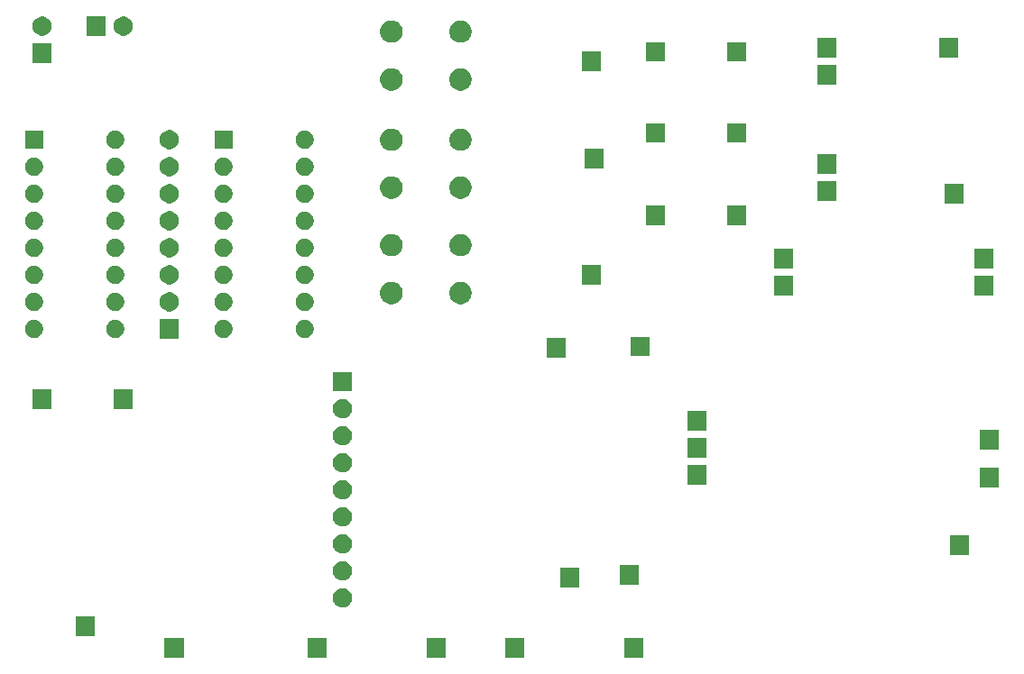
<source format=gbr>
G04 #@! TF.GenerationSoftware,KiCad,Pcbnew,(5.1.5)-3*
G04 #@! TF.CreationDate,2020-01-30T19:41:33+01:00*
G04 #@! TF.ProjectId,TestingBoard,54657374-696e-4674-926f-6172642e6b69,rev?*
G04 #@! TF.SameCoordinates,Original*
G04 #@! TF.FileFunction,Soldermask,Bot*
G04 #@! TF.FilePolarity,Negative*
%FSLAX46Y46*%
G04 Gerber Fmt 4.6, Leading zero omitted, Abs format (unit mm)*
G04 Created by KiCad (PCBNEW (5.1.5)-3) date 2020-01-30 19:41:33*
%MOMM*%
%LPD*%
G04 APERTURE LIST*
%ADD10C,0.100000*%
G04 APERTURE END LIST*
D10*
G36*
X89928000Y-115709000D02*
G01*
X88126000Y-115709000D01*
X88126000Y-113907000D01*
X89928000Y-113907000D01*
X89928000Y-115709000D01*
G37*
G36*
X78752000Y-115709000D02*
G01*
X76950000Y-115709000D01*
X76950000Y-113907000D01*
X78752000Y-113907000D01*
X78752000Y-115709000D01*
G37*
G36*
X46811500Y-115709000D02*
G01*
X45009500Y-115709000D01*
X45009500Y-113907000D01*
X46811500Y-113907000D01*
X46811500Y-115709000D01*
G37*
G36*
X60210000Y-115709000D02*
G01*
X58408000Y-115709000D01*
X58408000Y-113907000D01*
X60210000Y-113907000D01*
X60210000Y-115709000D01*
G37*
G36*
X71386000Y-115709000D02*
G01*
X69584000Y-115709000D01*
X69584000Y-113907000D01*
X71386000Y-113907000D01*
X71386000Y-115709000D01*
G37*
G36*
X38493000Y-113677000D02*
G01*
X36691000Y-113677000D01*
X36691000Y-111875000D01*
X38493000Y-111875000D01*
X38493000Y-113677000D01*
G37*
G36*
X61835512Y-109212927D02*
G01*
X61984812Y-109242624D01*
X62148784Y-109310544D01*
X62296354Y-109409147D01*
X62421853Y-109534646D01*
X62520456Y-109682216D01*
X62588376Y-109846188D01*
X62623000Y-110020259D01*
X62623000Y-110197741D01*
X62588376Y-110371812D01*
X62520456Y-110535784D01*
X62421853Y-110683354D01*
X62296354Y-110808853D01*
X62148784Y-110907456D01*
X61984812Y-110975376D01*
X61835512Y-111005073D01*
X61810742Y-111010000D01*
X61633258Y-111010000D01*
X61608488Y-111005073D01*
X61459188Y-110975376D01*
X61295216Y-110907456D01*
X61147646Y-110808853D01*
X61022147Y-110683354D01*
X60923544Y-110535784D01*
X60855624Y-110371812D01*
X60821000Y-110197741D01*
X60821000Y-110020259D01*
X60855624Y-109846188D01*
X60923544Y-109682216D01*
X61022147Y-109534646D01*
X61147646Y-109409147D01*
X61295216Y-109310544D01*
X61459188Y-109242624D01*
X61608488Y-109212927D01*
X61633258Y-109208000D01*
X61810742Y-109208000D01*
X61835512Y-109212927D01*
G37*
G36*
X83959000Y-109105000D02*
G01*
X82157000Y-109105000D01*
X82157000Y-107303000D01*
X83959000Y-107303000D01*
X83959000Y-109105000D01*
G37*
G36*
X89547000Y-108851000D02*
G01*
X87745000Y-108851000D01*
X87745000Y-107049000D01*
X89547000Y-107049000D01*
X89547000Y-108851000D01*
G37*
G36*
X61835512Y-106672927D02*
G01*
X61984812Y-106702624D01*
X62148784Y-106770544D01*
X62296354Y-106869147D01*
X62421853Y-106994646D01*
X62520456Y-107142216D01*
X62588376Y-107306188D01*
X62623000Y-107480259D01*
X62623000Y-107657741D01*
X62588376Y-107831812D01*
X62520456Y-107995784D01*
X62421853Y-108143354D01*
X62296354Y-108268853D01*
X62148784Y-108367456D01*
X61984812Y-108435376D01*
X61835512Y-108465073D01*
X61810742Y-108470000D01*
X61633258Y-108470000D01*
X61608488Y-108465073D01*
X61459188Y-108435376D01*
X61295216Y-108367456D01*
X61147646Y-108268853D01*
X61022147Y-108143354D01*
X60923544Y-107995784D01*
X60855624Y-107831812D01*
X60821000Y-107657741D01*
X60821000Y-107480259D01*
X60855624Y-107306188D01*
X60923544Y-107142216D01*
X61022147Y-106994646D01*
X61147646Y-106869147D01*
X61295216Y-106770544D01*
X61459188Y-106702624D01*
X61608488Y-106672927D01*
X61633258Y-106668000D01*
X61810742Y-106668000D01*
X61835512Y-106672927D01*
G37*
G36*
X120535000Y-106057000D02*
G01*
X118733000Y-106057000D01*
X118733000Y-104255000D01*
X120535000Y-104255000D01*
X120535000Y-106057000D01*
G37*
G36*
X61835512Y-104132927D02*
G01*
X61984812Y-104162624D01*
X62148784Y-104230544D01*
X62296354Y-104329147D01*
X62421853Y-104454646D01*
X62520456Y-104602216D01*
X62588376Y-104766188D01*
X62623000Y-104940259D01*
X62623000Y-105117741D01*
X62588376Y-105291812D01*
X62520456Y-105455784D01*
X62421853Y-105603354D01*
X62296354Y-105728853D01*
X62148784Y-105827456D01*
X61984812Y-105895376D01*
X61835512Y-105925073D01*
X61810742Y-105930000D01*
X61633258Y-105930000D01*
X61608488Y-105925073D01*
X61459188Y-105895376D01*
X61295216Y-105827456D01*
X61147646Y-105728853D01*
X61022147Y-105603354D01*
X60923544Y-105455784D01*
X60855624Y-105291812D01*
X60821000Y-105117741D01*
X60821000Y-104940259D01*
X60855624Y-104766188D01*
X60923544Y-104602216D01*
X61022147Y-104454646D01*
X61147646Y-104329147D01*
X61295216Y-104230544D01*
X61459188Y-104162624D01*
X61608488Y-104132927D01*
X61633258Y-104128000D01*
X61810742Y-104128000D01*
X61835512Y-104132927D01*
G37*
G36*
X61835512Y-101592927D02*
G01*
X61984812Y-101622624D01*
X62148784Y-101690544D01*
X62296354Y-101789147D01*
X62421853Y-101914646D01*
X62520456Y-102062216D01*
X62588376Y-102226188D01*
X62623000Y-102400259D01*
X62623000Y-102577741D01*
X62588376Y-102751812D01*
X62520456Y-102915784D01*
X62421853Y-103063354D01*
X62296354Y-103188853D01*
X62148784Y-103287456D01*
X61984812Y-103355376D01*
X61835512Y-103385073D01*
X61810742Y-103390000D01*
X61633258Y-103390000D01*
X61608488Y-103385073D01*
X61459188Y-103355376D01*
X61295216Y-103287456D01*
X61147646Y-103188853D01*
X61022147Y-103063354D01*
X60923544Y-102915784D01*
X60855624Y-102751812D01*
X60821000Y-102577741D01*
X60821000Y-102400259D01*
X60855624Y-102226188D01*
X60923544Y-102062216D01*
X61022147Y-101914646D01*
X61147646Y-101789147D01*
X61295216Y-101690544D01*
X61459188Y-101622624D01*
X61608488Y-101592927D01*
X61633258Y-101588000D01*
X61810742Y-101588000D01*
X61835512Y-101592927D01*
G37*
G36*
X61835512Y-99052927D02*
G01*
X61984812Y-99082624D01*
X62148784Y-99150544D01*
X62296354Y-99249147D01*
X62421853Y-99374646D01*
X62520456Y-99522216D01*
X62588376Y-99686188D01*
X62623000Y-99860259D01*
X62623000Y-100037741D01*
X62588376Y-100211812D01*
X62520456Y-100375784D01*
X62421853Y-100523354D01*
X62296354Y-100648853D01*
X62148784Y-100747456D01*
X61984812Y-100815376D01*
X61835512Y-100845073D01*
X61810742Y-100850000D01*
X61633258Y-100850000D01*
X61608488Y-100845073D01*
X61459188Y-100815376D01*
X61295216Y-100747456D01*
X61147646Y-100648853D01*
X61022147Y-100523354D01*
X60923544Y-100375784D01*
X60855624Y-100211812D01*
X60821000Y-100037741D01*
X60821000Y-99860259D01*
X60855624Y-99686188D01*
X60923544Y-99522216D01*
X61022147Y-99374646D01*
X61147646Y-99249147D01*
X61295216Y-99150544D01*
X61459188Y-99082624D01*
X61608488Y-99052927D01*
X61633258Y-99048000D01*
X61810742Y-99048000D01*
X61835512Y-99052927D01*
G37*
G36*
X123329000Y-99707000D02*
G01*
X121527000Y-99707000D01*
X121527000Y-97905000D01*
X123329000Y-97905000D01*
X123329000Y-99707000D01*
G37*
G36*
X95897000Y-99453000D02*
G01*
X94095000Y-99453000D01*
X94095000Y-97651000D01*
X95897000Y-97651000D01*
X95897000Y-99453000D01*
G37*
G36*
X61835512Y-96512927D02*
G01*
X61984812Y-96542624D01*
X62148784Y-96610544D01*
X62296354Y-96709147D01*
X62421853Y-96834646D01*
X62520456Y-96982216D01*
X62588376Y-97146188D01*
X62623000Y-97320259D01*
X62623000Y-97497741D01*
X62588376Y-97671812D01*
X62520456Y-97835784D01*
X62421853Y-97983354D01*
X62296354Y-98108853D01*
X62148784Y-98207456D01*
X61984812Y-98275376D01*
X61835512Y-98305073D01*
X61810742Y-98310000D01*
X61633258Y-98310000D01*
X61608488Y-98305073D01*
X61459188Y-98275376D01*
X61295216Y-98207456D01*
X61147646Y-98108853D01*
X61022147Y-97983354D01*
X60923544Y-97835784D01*
X60855624Y-97671812D01*
X60821000Y-97497741D01*
X60821000Y-97320259D01*
X60855624Y-97146188D01*
X60923544Y-96982216D01*
X61022147Y-96834646D01*
X61147646Y-96709147D01*
X61295216Y-96610544D01*
X61459188Y-96542624D01*
X61608488Y-96512927D01*
X61633258Y-96508000D01*
X61810742Y-96508000D01*
X61835512Y-96512927D01*
G37*
G36*
X95897000Y-96913000D02*
G01*
X94095000Y-96913000D01*
X94095000Y-95111000D01*
X95897000Y-95111000D01*
X95897000Y-96913000D01*
G37*
G36*
X123329000Y-96151000D02*
G01*
X121527000Y-96151000D01*
X121527000Y-94349000D01*
X123329000Y-94349000D01*
X123329000Y-96151000D01*
G37*
G36*
X61835512Y-93972927D02*
G01*
X61984812Y-94002624D01*
X62148784Y-94070544D01*
X62296354Y-94169147D01*
X62421853Y-94294646D01*
X62520456Y-94442216D01*
X62588376Y-94606188D01*
X62623000Y-94780259D01*
X62623000Y-94957741D01*
X62588376Y-95131812D01*
X62520456Y-95295784D01*
X62421853Y-95443354D01*
X62296354Y-95568853D01*
X62148784Y-95667456D01*
X61984812Y-95735376D01*
X61835512Y-95765073D01*
X61810742Y-95770000D01*
X61633258Y-95770000D01*
X61608488Y-95765073D01*
X61459188Y-95735376D01*
X61295216Y-95667456D01*
X61147646Y-95568853D01*
X61022147Y-95443354D01*
X60923544Y-95295784D01*
X60855624Y-95131812D01*
X60821000Y-94957741D01*
X60821000Y-94780259D01*
X60855624Y-94606188D01*
X60923544Y-94442216D01*
X61022147Y-94294646D01*
X61147646Y-94169147D01*
X61295216Y-94070544D01*
X61459188Y-94002624D01*
X61608488Y-93972927D01*
X61633258Y-93968000D01*
X61810742Y-93968000D01*
X61835512Y-93972927D01*
G37*
G36*
X95897000Y-94373000D02*
G01*
X94095000Y-94373000D01*
X94095000Y-92571000D01*
X95897000Y-92571000D01*
X95897000Y-94373000D01*
G37*
G36*
X61835512Y-91432927D02*
G01*
X61984812Y-91462624D01*
X62148784Y-91530544D01*
X62296354Y-91629147D01*
X62421853Y-91754646D01*
X62520456Y-91902216D01*
X62588376Y-92066188D01*
X62623000Y-92240259D01*
X62623000Y-92417741D01*
X62588376Y-92591812D01*
X62520456Y-92755784D01*
X62421853Y-92903354D01*
X62296354Y-93028853D01*
X62148784Y-93127456D01*
X61984812Y-93195376D01*
X61835512Y-93225073D01*
X61810742Y-93230000D01*
X61633258Y-93230000D01*
X61608488Y-93225073D01*
X61459188Y-93195376D01*
X61295216Y-93127456D01*
X61147646Y-93028853D01*
X61022147Y-92903354D01*
X60923544Y-92755784D01*
X60855624Y-92591812D01*
X60821000Y-92417741D01*
X60821000Y-92240259D01*
X60855624Y-92066188D01*
X60923544Y-91902216D01*
X61022147Y-91754646D01*
X61147646Y-91629147D01*
X61295216Y-91530544D01*
X61459188Y-91462624D01*
X61608488Y-91432927D01*
X61633258Y-91428000D01*
X61810742Y-91428000D01*
X61835512Y-91432927D01*
G37*
G36*
X42049000Y-92341000D02*
G01*
X40247000Y-92341000D01*
X40247000Y-90539000D01*
X42049000Y-90539000D01*
X42049000Y-92341000D01*
G37*
G36*
X34429000Y-92341000D02*
G01*
X32627000Y-92341000D01*
X32627000Y-90539000D01*
X34429000Y-90539000D01*
X34429000Y-92341000D01*
G37*
G36*
X62623000Y-90690000D02*
G01*
X60821000Y-90690000D01*
X60821000Y-88888000D01*
X62623000Y-88888000D01*
X62623000Y-90690000D01*
G37*
G36*
X82689000Y-87515000D02*
G01*
X80887000Y-87515000D01*
X80887000Y-85713000D01*
X82689000Y-85713000D01*
X82689000Y-87515000D01*
G37*
G36*
X90563000Y-87388000D02*
G01*
X88761000Y-87388000D01*
X88761000Y-85586000D01*
X90563000Y-85586000D01*
X90563000Y-87388000D01*
G37*
G36*
X46367000Y-85737000D02*
G01*
X44565000Y-85737000D01*
X44565000Y-83935000D01*
X46367000Y-83935000D01*
X46367000Y-85737000D01*
G37*
G36*
X33014228Y-84017703D02*
G01*
X33169100Y-84081853D01*
X33308481Y-84174985D01*
X33427015Y-84293519D01*
X33520147Y-84432900D01*
X33584297Y-84587772D01*
X33617000Y-84752184D01*
X33617000Y-84919816D01*
X33584297Y-85084228D01*
X33520147Y-85239100D01*
X33427015Y-85378481D01*
X33308481Y-85497015D01*
X33169100Y-85590147D01*
X33014228Y-85654297D01*
X32849816Y-85687000D01*
X32682184Y-85687000D01*
X32517772Y-85654297D01*
X32362900Y-85590147D01*
X32223519Y-85497015D01*
X32104985Y-85378481D01*
X32011853Y-85239100D01*
X31947703Y-85084228D01*
X31915000Y-84919816D01*
X31915000Y-84752184D01*
X31947703Y-84587772D01*
X32011853Y-84432900D01*
X32104985Y-84293519D01*
X32223519Y-84174985D01*
X32362900Y-84081853D01*
X32517772Y-84017703D01*
X32682184Y-83985000D01*
X32849816Y-83985000D01*
X33014228Y-84017703D01*
G37*
G36*
X40634228Y-84017703D02*
G01*
X40789100Y-84081853D01*
X40928481Y-84174985D01*
X41047015Y-84293519D01*
X41140147Y-84432900D01*
X41204297Y-84587772D01*
X41237000Y-84752184D01*
X41237000Y-84919816D01*
X41204297Y-85084228D01*
X41140147Y-85239100D01*
X41047015Y-85378481D01*
X40928481Y-85497015D01*
X40789100Y-85590147D01*
X40634228Y-85654297D01*
X40469816Y-85687000D01*
X40302184Y-85687000D01*
X40137772Y-85654297D01*
X39982900Y-85590147D01*
X39843519Y-85497015D01*
X39724985Y-85378481D01*
X39631853Y-85239100D01*
X39567703Y-85084228D01*
X39535000Y-84919816D01*
X39535000Y-84752184D01*
X39567703Y-84587772D01*
X39631853Y-84432900D01*
X39724985Y-84293519D01*
X39843519Y-84174985D01*
X39982900Y-84081853D01*
X40137772Y-84017703D01*
X40302184Y-83985000D01*
X40469816Y-83985000D01*
X40634228Y-84017703D01*
G37*
G36*
X50794228Y-84017703D02*
G01*
X50949100Y-84081853D01*
X51088481Y-84174985D01*
X51207015Y-84293519D01*
X51300147Y-84432900D01*
X51364297Y-84587772D01*
X51397000Y-84752184D01*
X51397000Y-84919816D01*
X51364297Y-85084228D01*
X51300147Y-85239100D01*
X51207015Y-85378481D01*
X51088481Y-85497015D01*
X50949100Y-85590147D01*
X50794228Y-85654297D01*
X50629816Y-85687000D01*
X50462184Y-85687000D01*
X50297772Y-85654297D01*
X50142900Y-85590147D01*
X50003519Y-85497015D01*
X49884985Y-85378481D01*
X49791853Y-85239100D01*
X49727703Y-85084228D01*
X49695000Y-84919816D01*
X49695000Y-84752184D01*
X49727703Y-84587772D01*
X49791853Y-84432900D01*
X49884985Y-84293519D01*
X50003519Y-84174985D01*
X50142900Y-84081853D01*
X50297772Y-84017703D01*
X50462184Y-83985000D01*
X50629816Y-83985000D01*
X50794228Y-84017703D01*
G37*
G36*
X58414228Y-84017703D02*
G01*
X58569100Y-84081853D01*
X58708481Y-84174985D01*
X58827015Y-84293519D01*
X58920147Y-84432900D01*
X58984297Y-84587772D01*
X59017000Y-84752184D01*
X59017000Y-84919816D01*
X58984297Y-85084228D01*
X58920147Y-85239100D01*
X58827015Y-85378481D01*
X58708481Y-85497015D01*
X58569100Y-85590147D01*
X58414228Y-85654297D01*
X58249816Y-85687000D01*
X58082184Y-85687000D01*
X57917772Y-85654297D01*
X57762900Y-85590147D01*
X57623519Y-85497015D01*
X57504985Y-85378481D01*
X57411853Y-85239100D01*
X57347703Y-85084228D01*
X57315000Y-84919816D01*
X57315000Y-84752184D01*
X57347703Y-84587772D01*
X57411853Y-84432900D01*
X57504985Y-84293519D01*
X57623519Y-84174985D01*
X57762900Y-84081853D01*
X57917772Y-84017703D01*
X58082184Y-83985000D01*
X58249816Y-83985000D01*
X58414228Y-84017703D01*
G37*
G36*
X45579512Y-81399927D02*
G01*
X45728812Y-81429624D01*
X45892784Y-81497544D01*
X46040354Y-81596147D01*
X46165853Y-81721646D01*
X46264456Y-81869216D01*
X46332376Y-82033188D01*
X46367000Y-82207259D01*
X46367000Y-82384741D01*
X46332376Y-82558812D01*
X46264456Y-82722784D01*
X46165853Y-82870354D01*
X46040354Y-82995853D01*
X45892784Y-83094456D01*
X45728812Y-83162376D01*
X45579512Y-83192073D01*
X45554742Y-83197000D01*
X45377258Y-83197000D01*
X45352488Y-83192073D01*
X45203188Y-83162376D01*
X45039216Y-83094456D01*
X44891646Y-82995853D01*
X44766147Y-82870354D01*
X44667544Y-82722784D01*
X44599624Y-82558812D01*
X44565000Y-82384741D01*
X44565000Y-82207259D01*
X44599624Y-82033188D01*
X44667544Y-81869216D01*
X44766147Y-81721646D01*
X44891646Y-81596147D01*
X45039216Y-81497544D01*
X45203188Y-81429624D01*
X45352488Y-81399927D01*
X45377258Y-81395000D01*
X45554742Y-81395000D01*
X45579512Y-81399927D01*
G37*
G36*
X50794228Y-81477703D02*
G01*
X50949100Y-81541853D01*
X51088481Y-81634985D01*
X51207015Y-81753519D01*
X51300147Y-81892900D01*
X51364297Y-82047772D01*
X51397000Y-82212184D01*
X51397000Y-82379816D01*
X51364297Y-82544228D01*
X51300147Y-82699100D01*
X51207015Y-82838481D01*
X51088481Y-82957015D01*
X50949100Y-83050147D01*
X50794228Y-83114297D01*
X50629816Y-83147000D01*
X50462184Y-83147000D01*
X50297772Y-83114297D01*
X50142900Y-83050147D01*
X50003519Y-82957015D01*
X49884985Y-82838481D01*
X49791853Y-82699100D01*
X49727703Y-82544228D01*
X49695000Y-82379816D01*
X49695000Y-82212184D01*
X49727703Y-82047772D01*
X49791853Y-81892900D01*
X49884985Y-81753519D01*
X50003519Y-81634985D01*
X50142900Y-81541853D01*
X50297772Y-81477703D01*
X50462184Y-81445000D01*
X50629816Y-81445000D01*
X50794228Y-81477703D01*
G37*
G36*
X33014228Y-81477703D02*
G01*
X33169100Y-81541853D01*
X33308481Y-81634985D01*
X33427015Y-81753519D01*
X33520147Y-81892900D01*
X33584297Y-82047772D01*
X33617000Y-82212184D01*
X33617000Y-82379816D01*
X33584297Y-82544228D01*
X33520147Y-82699100D01*
X33427015Y-82838481D01*
X33308481Y-82957015D01*
X33169100Y-83050147D01*
X33014228Y-83114297D01*
X32849816Y-83147000D01*
X32682184Y-83147000D01*
X32517772Y-83114297D01*
X32362900Y-83050147D01*
X32223519Y-82957015D01*
X32104985Y-82838481D01*
X32011853Y-82699100D01*
X31947703Y-82544228D01*
X31915000Y-82379816D01*
X31915000Y-82212184D01*
X31947703Y-82047772D01*
X32011853Y-81892900D01*
X32104985Y-81753519D01*
X32223519Y-81634985D01*
X32362900Y-81541853D01*
X32517772Y-81477703D01*
X32682184Y-81445000D01*
X32849816Y-81445000D01*
X33014228Y-81477703D01*
G37*
G36*
X40634228Y-81477703D02*
G01*
X40789100Y-81541853D01*
X40928481Y-81634985D01*
X41047015Y-81753519D01*
X41140147Y-81892900D01*
X41204297Y-82047772D01*
X41237000Y-82212184D01*
X41237000Y-82379816D01*
X41204297Y-82544228D01*
X41140147Y-82699100D01*
X41047015Y-82838481D01*
X40928481Y-82957015D01*
X40789100Y-83050147D01*
X40634228Y-83114297D01*
X40469816Y-83147000D01*
X40302184Y-83147000D01*
X40137772Y-83114297D01*
X39982900Y-83050147D01*
X39843519Y-82957015D01*
X39724985Y-82838481D01*
X39631853Y-82699100D01*
X39567703Y-82544228D01*
X39535000Y-82379816D01*
X39535000Y-82212184D01*
X39567703Y-82047772D01*
X39631853Y-81892900D01*
X39724985Y-81753519D01*
X39843519Y-81634985D01*
X39982900Y-81541853D01*
X40137772Y-81477703D01*
X40302184Y-81445000D01*
X40469816Y-81445000D01*
X40634228Y-81477703D01*
G37*
G36*
X58414228Y-81477703D02*
G01*
X58569100Y-81541853D01*
X58708481Y-81634985D01*
X58827015Y-81753519D01*
X58920147Y-81892900D01*
X58984297Y-82047772D01*
X59017000Y-82212184D01*
X59017000Y-82379816D01*
X58984297Y-82544228D01*
X58920147Y-82699100D01*
X58827015Y-82838481D01*
X58708481Y-82957015D01*
X58569100Y-83050147D01*
X58414228Y-83114297D01*
X58249816Y-83147000D01*
X58082184Y-83147000D01*
X57917772Y-83114297D01*
X57762900Y-83050147D01*
X57623519Y-82957015D01*
X57504985Y-82838481D01*
X57411853Y-82699100D01*
X57347703Y-82544228D01*
X57315000Y-82379816D01*
X57315000Y-82212184D01*
X57347703Y-82047772D01*
X57411853Y-81892900D01*
X57504985Y-81753519D01*
X57623519Y-81634985D01*
X57762900Y-81541853D01*
X57917772Y-81477703D01*
X58082184Y-81445000D01*
X58249816Y-81445000D01*
X58414228Y-81477703D01*
G37*
G36*
X73100564Y-80451389D02*
G01*
X73291833Y-80530615D01*
X73291835Y-80530616D01*
X73327514Y-80554456D01*
X73463973Y-80645635D01*
X73610365Y-80792027D01*
X73725385Y-80964167D01*
X73804611Y-81155436D01*
X73845000Y-81358484D01*
X73845000Y-81565516D01*
X73804611Y-81768564D01*
X73753109Y-81892900D01*
X73725384Y-81959835D01*
X73610365Y-82131973D01*
X73463973Y-82278365D01*
X73291835Y-82393384D01*
X73291834Y-82393385D01*
X73291833Y-82393385D01*
X73100564Y-82472611D01*
X72897516Y-82513000D01*
X72690484Y-82513000D01*
X72487436Y-82472611D01*
X72296167Y-82393385D01*
X72296166Y-82393385D01*
X72296165Y-82393384D01*
X72124027Y-82278365D01*
X71977635Y-82131973D01*
X71862616Y-81959835D01*
X71834891Y-81892900D01*
X71783389Y-81768564D01*
X71743000Y-81565516D01*
X71743000Y-81358484D01*
X71783389Y-81155436D01*
X71862615Y-80964167D01*
X71977635Y-80792027D01*
X72124027Y-80645635D01*
X72260486Y-80554456D01*
X72296165Y-80530616D01*
X72296167Y-80530615D01*
X72487436Y-80451389D01*
X72690484Y-80411000D01*
X72897516Y-80411000D01*
X73100564Y-80451389D01*
G37*
G36*
X66600564Y-80451389D02*
G01*
X66791833Y-80530615D01*
X66791835Y-80530616D01*
X66827514Y-80554456D01*
X66963973Y-80645635D01*
X67110365Y-80792027D01*
X67225385Y-80964167D01*
X67304611Y-81155436D01*
X67345000Y-81358484D01*
X67345000Y-81565516D01*
X67304611Y-81768564D01*
X67253109Y-81892900D01*
X67225384Y-81959835D01*
X67110365Y-82131973D01*
X66963973Y-82278365D01*
X66791835Y-82393384D01*
X66791834Y-82393385D01*
X66791833Y-82393385D01*
X66600564Y-82472611D01*
X66397516Y-82513000D01*
X66190484Y-82513000D01*
X65987436Y-82472611D01*
X65796167Y-82393385D01*
X65796166Y-82393385D01*
X65796165Y-82393384D01*
X65624027Y-82278365D01*
X65477635Y-82131973D01*
X65362616Y-81959835D01*
X65334891Y-81892900D01*
X65283389Y-81768564D01*
X65243000Y-81565516D01*
X65243000Y-81358484D01*
X65283389Y-81155436D01*
X65362615Y-80964167D01*
X65477635Y-80792027D01*
X65624027Y-80645635D01*
X65760486Y-80554456D01*
X65796165Y-80530616D01*
X65796167Y-80530615D01*
X65987436Y-80451389D01*
X66190484Y-80411000D01*
X66397516Y-80411000D01*
X66600564Y-80451389D01*
G37*
G36*
X104025000Y-81673000D02*
G01*
X102223000Y-81673000D01*
X102223000Y-79871000D01*
X104025000Y-79871000D01*
X104025000Y-81673000D01*
G37*
G36*
X122821000Y-81673000D02*
G01*
X121019000Y-81673000D01*
X121019000Y-79871000D01*
X122821000Y-79871000D01*
X122821000Y-81673000D01*
G37*
G36*
X85991000Y-80657000D02*
G01*
X84189000Y-80657000D01*
X84189000Y-78855000D01*
X85991000Y-78855000D01*
X85991000Y-80657000D01*
G37*
G36*
X45579512Y-78859927D02*
G01*
X45728812Y-78889624D01*
X45892784Y-78957544D01*
X46040354Y-79056147D01*
X46165853Y-79181646D01*
X46264456Y-79329216D01*
X46332376Y-79493188D01*
X46367000Y-79667259D01*
X46367000Y-79844741D01*
X46332376Y-80018812D01*
X46264456Y-80182784D01*
X46165853Y-80330354D01*
X46040354Y-80455853D01*
X45892784Y-80554456D01*
X45728812Y-80622376D01*
X45579512Y-80652073D01*
X45554742Y-80657000D01*
X45377258Y-80657000D01*
X45352488Y-80652073D01*
X45203188Y-80622376D01*
X45039216Y-80554456D01*
X44891646Y-80455853D01*
X44766147Y-80330354D01*
X44667544Y-80182784D01*
X44599624Y-80018812D01*
X44565000Y-79844741D01*
X44565000Y-79667259D01*
X44599624Y-79493188D01*
X44667544Y-79329216D01*
X44766147Y-79181646D01*
X44891646Y-79056147D01*
X45039216Y-78957544D01*
X45203188Y-78889624D01*
X45352488Y-78859927D01*
X45377258Y-78855000D01*
X45554742Y-78855000D01*
X45579512Y-78859927D01*
G37*
G36*
X33014228Y-78937703D02*
G01*
X33169100Y-79001853D01*
X33308481Y-79094985D01*
X33427015Y-79213519D01*
X33520147Y-79352900D01*
X33584297Y-79507772D01*
X33617000Y-79672184D01*
X33617000Y-79839816D01*
X33584297Y-80004228D01*
X33520147Y-80159100D01*
X33427015Y-80298481D01*
X33308481Y-80417015D01*
X33169100Y-80510147D01*
X33014228Y-80574297D01*
X32849816Y-80607000D01*
X32682184Y-80607000D01*
X32517772Y-80574297D01*
X32362900Y-80510147D01*
X32223519Y-80417015D01*
X32104985Y-80298481D01*
X32011853Y-80159100D01*
X31947703Y-80004228D01*
X31915000Y-79839816D01*
X31915000Y-79672184D01*
X31947703Y-79507772D01*
X32011853Y-79352900D01*
X32104985Y-79213519D01*
X32223519Y-79094985D01*
X32362900Y-79001853D01*
X32517772Y-78937703D01*
X32682184Y-78905000D01*
X32849816Y-78905000D01*
X33014228Y-78937703D01*
G37*
G36*
X40634228Y-78937703D02*
G01*
X40789100Y-79001853D01*
X40928481Y-79094985D01*
X41047015Y-79213519D01*
X41140147Y-79352900D01*
X41204297Y-79507772D01*
X41237000Y-79672184D01*
X41237000Y-79839816D01*
X41204297Y-80004228D01*
X41140147Y-80159100D01*
X41047015Y-80298481D01*
X40928481Y-80417015D01*
X40789100Y-80510147D01*
X40634228Y-80574297D01*
X40469816Y-80607000D01*
X40302184Y-80607000D01*
X40137772Y-80574297D01*
X39982900Y-80510147D01*
X39843519Y-80417015D01*
X39724985Y-80298481D01*
X39631853Y-80159100D01*
X39567703Y-80004228D01*
X39535000Y-79839816D01*
X39535000Y-79672184D01*
X39567703Y-79507772D01*
X39631853Y-79352900D01*
X39724985Y-79213519D01*
X39843519Y-79094985D01*
X39982900Y-79001853D01*
X40137772Y-78937703D01*
X40302184Y-78905000D01*
X40469816Y-78905000D01*
X40634228Y-78937703D01*
G37*
G36*
X58414228Y-78937703D02*
G01*
X58569100Y-79001853D01*
X58708481Y-79094985D01*
X58827015Y-79213519D01*
X58920147Y-79352900D01*
X58984297Y-79507772D01*
X59017000Y-79672184D01*
X59017000Y-79839816D01*
X58984297Y-80004228D01*
X58920147Y-80159100D01*
X58827015Y-80298481D01*
X58708481Y-80417015D01*
X58569100Y-80510147D01*
X58414228Y-80574297D01*
X58249816Y-80607000D01*
X58082184Y-80607000D01*
X57917772Y-80574297D01*
X57762900Y-80510147D01*
X57623519Y-80417015D01*
X57504985Y-80298481D01*
X57411853Y-80159100D01*
X57347703Y-80004228D01*
X57315000Y-79839816D01*
X57315000Y-79672184D01*
X57347703Y-79507772D01*
X57411853Y-79352900D01*
X57504985Y-79213519D01*
X57623519Y-79094985D01*
X57762900Y-79001853D01*
X57917772Y-78937703D01*
X58082184Y-78905000D01*
X58249816Y-78905000D01*
X58414228Y-78937703D01*
G37*
G36*
X50794228Y-78937703D02*
G01*
X50949100Y-79001853D01*
X51088481Y-79094985D01*
X51207015Y-79213519D01*
X51300147Y-79352900D01*
X51364297Y-79507772D01*
X51397000Y-79672184D01*
X51397000Y-79839816D01*
X51364297Y-80004228D01*
X51300147Y-80159100D01*
X51207015Y-80298481D01*
X51088481Y-80417015D01*
X50949100Y-80510147D01*
X50794228Y-80574297D01*
X50629816Y-80607000D01*
X50462184Y-80607000D01*
X50297772Y-80574297D01*
X50142900Y-80510147D01*
X50003519Y-80417015D01*
X49884985Y-80298481D01*
X49791853Y-80159100D01*
X49727703Y-80004228D01*
X49695000Y-79839816D01*
X49695000Y-79672184D01*
X49727703Y-79507772D01*
X49791853Y-79352900D01*
X49884985Y-79213519D01*
X50003519Y-79094985D01*
X50142900Y-79001853D01*
X50297772Y-78937703D01*
X50462184Y-78905000D01*
X50629816Y-78905000D01*
X50794228Y-78937703D01*
G37*
G36*
X104025000Y-79133000D02*
G01*
X102223000Y-79133000D01*
X102223000Y-77331000D01*
X104025000Y-77331000D01*
X104025000Y-79133000D01*
G37*
G36*
X122821000Y-79133000D02*
G01*
X121019000Y-79133000D01*
X121019000Y-77331000D01*
X122821000Y-77331000D01*
X122821000Y-79133000D01*
G37*
G36*
X45579512Y-76319927D02*
G01*
X45728812Y-76349624D01*
X45892784Y-76417544D01*
X46040354Y-76516147D01*
X46165853Y-76641646D01*
X46264456Y-76789216D01*
X46332376Y-76953188D01*
X46367000Y-77127259D01*
X46367000Y-77304741D01*
X46332376Y-77478812D01*
X46264456Y-77642784D01*
X46165853Y-77790354D01*
X46040354Y-77915853D01*
X45892784Y-78014456D01*
X45728812Y-78082376D01*
X45579512Y-78112073D01*
X45554742Y-78117000D01*
X45377258Y-78117000D01*
X45352488Y-78112073D01*
X45203188Y-78082376D01*
X45039216Y-78014456D01*
X44891646Y-77915853D01*
X44766147Y-77790354D01*
X44667544Y-77642784D01*
X44599624Y-77478812D01*
X44565000Y-77304741D01*
X44565000Y-77127259D01*
X44599624Y-76953188D01*
X44667544Y-76789216D01*
X44766147Y-76641646D01*
X44891646Y-76516147D01*
X45039216Y-76417544D01*
X45203188Y-76349624D01*
X45352488Y-76319927D01*
X45377258Y-76315000D01*
X45554742Y-76315000D01*
X45579512Y-76319927D01*
G37*
G36*
X58414228Y-76397703D02*
G01*
X58569100Y-76461853D01*
X58708481Y-76554985D01*
X58827015Y-76673519D01*
X58920147Y-76812900D01*
X58984297Y-76967772D01*
X59017000Y-77132184D01*
X59017000Y-77299816D01*
X58984297Y-77464228D01*
X58920147Y-77619100D01*
X58827015Y-77758481D01*
X58708481Y-77877015D01*
X58569100Y-77970147D01*
X58414228Y-78034297D01*
X58249816Y-78067000D01*
X58082184Y-78067000D01*
X57917772Y-78034297D01*
X57762900Y-77970147D01*
X57623519Y-77877015D01*
X57504985Y-77758481D01*
X57411853Y-77619100D01*
X57347703Y-77464228D01*
X57315000Y-77299816D01*
X57315000Y-77132184D01*
X57347703Y-76967772D01*
X57411853Y-76812900D01*
X57504985Y-76673519D01*
X57623519Y-76554985D01*
X57762900Y-76461853D01*
X57917772Y-76397703D01*
X58082184Y-76365000D01*
X58249816Y-76365000D01*
X58414228Y-76397703D01*
G37*
G36*
X33014228Y-76397703D02*
G01*
X33169100Y-76461853D01*
X33308481Y-76554985D01*
X33427015Y-76673519D01*
X33520147Y-76812900D01*
X33584297Y-76967772D01*
X33617000Y-77132184D01*
X33617000Y-77299816D01*
X33584297Y-77464228D01*
X33520147Y-77619100D01*
X33427015Y-77758481D01*
X33308481Y-77877015D01*
X33169100Y-77970147D01*
X33014228Y-78034297D01*
X32849816Y-78067000D01*
X32682184Y-78067000D01*
X32517772Y-78034297D01*
X32362900Y-77970147D01*
X32223519Y-77877015D01*
X32104985Y-77758481D01*
X32011853Y-77619100D01*
X31947703Y-77464228D01*
X31915000Y-77299816D01*
X31915000Y-77132184D01*
X31947703Y-76967772D01*
X32011853Y-76812900D01*
X32104985Y-76673519D01*
X32223519Y-76554985D01*
X32362900Y-76461853D01*
X32517772Y-76397703D01*
X32682184Y-76365000D01*
X32849816Y-76365000D01*
X33014228Y-76397703D01*
G37*
G36*
X50794228Y-76397703D02*
G01*
X50949100Y-76461853D01*
X51088481Y-76554985D01*
X51207015Y-76673519D01*
X51300147Y-76812900D01*
X51364297Y-76967772D01*
X51397000Y-77132184D01*
X51397000Y-77299816D01*
X51364297Y-77464228D01*
X51300147Y-77619100D01*
X51207015Y-77758481D01*
X51088481Y-77877015D01*
X50949100Y-77970147D01*
X50794228Y-78034297D01*
X50629816Y-78067000D01*
X50462184Y-78067000D01*
X50297772Y-78034297D01*
X50142900Y-77970147D01*
X50003519Y-77877015D01*
X49884985Y-77758481D01*
X49791853Y-77619100D01*
X49727703Y-77464228D01*
X49695000Y-77299816D01*
X49695000Y-77132184D01*
X49727703Y-76967772D01*
X49791853Y-76812900D01*
X49884985Y-76673519D01*
X50003519Y-76554985D01*
X50142900Y-76461853D01*
X50297772Y-76397703D01*
X50462184Y-76365000D01*
X50629816Y-76365000D01*
X50794228Y-76397703D01*
G37*
G36*
X40634228Y-76397703D02*
G01*
X40789100Y-76461853D01*
X40928481Y-76554985D01*
X41047015Y-76673519D01*
X41140147Y-76812900D01*
X41204297Y-76967772D01*
X41237000Y-77132184D01*
X41237000Y-77299816D01*
X41204297Y-77464228D01*
X41140147Y-77619100D01*
X41047015Y-77758481D01*
X40928481Y-77877015D01*
X40789100Y-77970147D01*
X40634228Y-78034297D01*
X40469816Y-78067000D01*
X40302184Y-78067000D01*
X40137772Y-78034297D01*
X39982900Y-77970147D01*
X39843519Y-77877015D01*
X39724985Y-77758481D01*
X39631853Y-77619100D01*
X39567703Y-77464228D01*
X39535000Y-77299816D01*
X39535000Y-77132184D01*
X39567703Y-76967772D01*
X39631853Y-76812900D01*
X39724985Y-76673519D01*
X39843519Y-76554985D01*
X39982900Y-76461853D01*
X40137772Y-76397703D01*
X40302184Y-76365000D01*
X40469816Y-76365000D01*
X40634228Y-76397703D01*
G37*
G36*
X66600564Y-75951389D02*
G01*
X66791833Y-76030615D01*
X66791835Y-76030616D01*
X66963973Y-76145635D01*
X67110365Y-76292027D01*
X67223839Y-76461852D01*
X67225385Y-76464167D01*
X67304611Y-76655436D01*
X67345000Y-76858484D01*
X67345000Y-77065516D01*
X67304611Y-77268564D01*
X67278749Y-77331000D01*
X67225384Y-77459835D01*
X67110365Y-77631973D01*
X66963973Y-77778365D01*
X66791835Y-77893384D01*
X66791834Y-77893385D01*
X66791833Y-77893385D01*
X66600564Y-77972611D01*
X66397516Y-78013000D01*
X66190484Y-78013000D01*
X65987436Y-77972611D01*
X65796167Y-77893385D01*
X65796166Y-77893385D01*
X65796165Y-77893384D01*
X65624027Y-77778365D01*
X65477635Y-77631973D01*
X65362616Y-77459835D01*
X65309251Y-77331000D01*
X65283389Y-77268564D01*
X65243000Y-77065516D01*
X65243000Y-76858484D01*
X65283389Y-76655436D01*
X65362615Y-76464167D01*
X65364162Y-76461852D01*
X65477635Y-76292027D01*
X65624027Y-76145635D01*
X65796165Y-76030616D01*
X65796167Y-76030615D01*
X65987436Y-75951389D01*
X66190484Y-75911000D01*
X66397516Y-75911000D01*
X66600564Y-75951389D01*
G37*
G36*
X73100564Y-75951389D02*
G01*
X73291833Y-76030615D01*
X73291835Y-76030616D01*
X73463973Y-76145635D01*
X73610365Y-76292027D01*
X73723839Y-76461852D01*
X73725385Y-76464167D01*
X73804611Y-76655436D01*
X73845000Y-76858484D01*
X73845000Y-77065516D01*
X73804611Y-77268564D01*
X73778749Y-77331000D01*
X73725384Y-77459835D01*
X73610365Y-77631973D01*
X73463973Y-77778365D01*
X73291835Y-77893384D01*
X73291834Y-77893385D01*
X73291833Y-77893385D01*
X73100564Y-77972611D01*
X72897516Y-78013000D01*
X72690484Y-78013000D01*
X72487436Y-77972611D01*
X72296167Y-77893385D01*
X72296166Y-77893385D01*
X72296165Y-77893384D01*
X72124027Y-77778365D01*
X71977635Y-77631973D01*
X71862616Y-77459835D01*
X71809251Y-77331000D01*
X71783389Y-77268564D01*
X71743000Y-77065516D01*
X71743000Y-76858484D01*
X71783389Y-76655436D01*
X71862615Y-76464167D01*
X71864162Y-76461852D01*
X71977635Y-76292027D01*
X72124027Y-76145635D01*
X72296165Y-76030616D01*
X72296167Y-76030615D01*
X72487436Y-75951389D01*
X72690484Y-75911000D01*
X72897516Y-75911000D01*
X73100564Y-75951389D01*
G37*
G36*
X45579512Y-73779927D02*
G01*
X45728812Y-73809624D01*
X45892784Y-73877544D01*
X46040354Y-73976147D01*
X46165853Y-74101646D01*
X46264456Y-74249216D01*
X46332376Y-74413188D01*
X46367000Y-74587259D01*
X46367000Y-74764741D01*
X46332376Y-74938812D01*
X46264456Y-75102784D01*
X46165853Y-75250354D01*
X46040354Y-75375853D01*
X45892784Y-75474456D01*
X45728812Y-75542376D01*
X45579512Y-75572073D01*
X45554742Y-75577000D01*
X45377258Y-75577000D01*
X45352488Y-75572073D01*
X45203188Y-75542376D01*
X45039216Y-75474456D01*
X44891646Y-75375853D01*
X44766147Y-75250354D01*
X44667544Y-75102784D01*
X44599624Y-74938812D01*
X44565000Y-74764741D01*
X44565000Y-74587259D01*
X44599624Y-74413188D01*
X44667544Y-74249216D01*
X44766147Y-74101646D01*
X44891646Y-73976147D01*
X45039216Y-73877544D01*
X45203188Y-73809624D01*
X45352488Y-73779927D01*
X45377258Y-73775000D01*
X45554742Y-73775000D01*
X45579512Y-73779927D01*
G37*
G36*
X40634228Y-73857703D02*
G01*
X40789100Y-73921853D01*
X40928481Y-74014985D01*
X41047015Y-74133519D01*
X41140147Y-74272900D01*
X41204297Y-74427772D01*
X41237000Y-74592184D01*
X41237000Y-74759816D01*
X41204297Y-74924228D01*
X41140147Y-75079100D01*
X41047015Y-75218481D01*
X40928481Y-75337015D01*
X40789100Y-75430147D01*
X40634228Y-75494297D01*
X40469816Y-75527000D01*
X40302184Y-75527000D01*
X40137772Y-75494297D01*
X39982900Y-75430147D01*
X39843519Y-75337015D01*
X39724985Y-75218481D01*
X39631853Y-75079100D01*
X39567703Y-74924228D01*
X39535000Y-74759816D01*
X39535000Y-74592184D01*
X39567703Y-74427772D01*
X39631853Y-74272900D01*
X39724985Y-74133519D01*
X39843519Y-74014985D01*
X39982900Y-73921853D01*
X40137772Y-73857703D01*
X40302184Y-73825000D01*
X40469816Y-73825000D01*
X40634228Y-73857703D01*
G37*
G36*
X50794228Y-73857703D02*
G01*
X50949100Y-73921853D01*
X51088481Y-74014985D01*
X51207015Y-74133519D01*
X51300147Y-74272900D01*
X51364297Y-74427772D01*
X51397000Y-74592184D01*
X51397000Y-74759816D01*
X51364297Y-74924228D01*
X51300147Y-75079100D01*
X51207015Y-75218481D01*
X51088481Y-75337015D01*
X50949100Y-75430147D01*
X50794228Y-75494297D01*
X50629816Y-75527000D01*
X50462184Y-75527000D01*
X50297772Y-75494297D01*
X50142900Y-75430147D01*
X50003519Y-75337015D01*
X49884985Y-75218481D01*
X49791853Y-75079100D01*
X49727703Y-74924228D01*
X49695000Y-74759816D01*
X49695000Y-74592184D01*
X49727703Y-74427772D01*
X49791853Y-74272900D01*
X49884985Y-74133519D01*
X50003519Y-74014985D01*
X50142900Y-73921853D01*
X50297772Y-73857703D01*
X50462184Y-73825000D01*
X50629816Y-73825000D01*
X50794228Y-73857703D01*
G37*
G36*
X58414228Y-73857703D02*
G01*
X58569100Y-73921853D01*
X58708481Y-74014985D01*
X58827015Y-74133519D01*
X58920147Y-74272900D01*
X58984297Y-74427772D01*
X59017000Y-74592184D01*
X59017000Y-74759816D01*
X58984297Y-74924228D01*
X58920147Y-75079100D01*
X58827015Y-75218481D01*
X58708481Y-75337015D01*
X58569100Y-75430147D01*
X58414228Y-75494297D01*
X58249816Y-75527000D01*
X58082184Y-75527000D01*
X57917772Y-75494297D01*
X57762900Y-75430147D01*
X57623519Y-75337015D01*
X57504985Y-75218481D01*
X57411853Y-75079100D01*
X57347703Y-74924228D01*
X57315000Y-74759816D01*
X57315000Y-74592184D01*
X57347703Y-74427772D01*
X57411853Y-74272900D01*
X57504985Y-74133519D01*
X57623519Y-74014985D01*
X57762900Y-73921853D01*
X57917772Y-73857703D01*
X58082184Y-73825000D01*
X58249816Y-73825000D01*
X58414228Y-73857703D01*
G37*
G36*
X33014228Y-73857703D02*
G01*
X33169100Y-73921853D01*
X33308481Y-74014985D01*
X33427015Y-74133519D01*
X33520147Y-74272900D01*
X33584297Y-74427772D01*
X33617000Y-74592184D01*
X33617000Y-74759816D01*
X33584297Y-74924228D01*
X33520147Y-75079100D01*
X33427015Y-75218481D01*
X33308481Y-75337015D01*
X33169100Y-75430147D01*
X33014228Y-75494297D01*
X32849816Y-75527000D01*
X32682184Y-75527000D01*
X32517772Y-75494297D01*
X32362900Y-75430147D01*
X32223519Y-75337015D01*
X32104985Y-75218481D01*
X32011853Y-75079100D01*
X31947703Y-74924228D01*
X31915000Y-74759816D01*
X31915000Y-74592184D01*
X31947703Y-74427772D01*
X32011853Y-74272900D01*
X32104985Y-74133519D01*
X32223519Y-74014985D01*
X32362900Y-73921853D01*
X32517772Y-73857703D01*
X32682184Y-73825000D01*
X32849816Y-73825000D01*
X33014228Y-73857703D01*
G37*
G36*
X91960000Y-75069000D02*
G01*
X90158000Y-75069000D01*
X90158000Y-73267000D01*
X91960000Y-73267000D01*
X91960000Y-75069000D01*
G37*
G36*
X99580000Y-75069000D02*
G01*
X97778000Y-75069000D01*
X97778000Y-73267000D01*
X99580000Y-73267000D01*
X99580000Y-75069000D01*
G37*
G36*
X120027000Y-73037000D02*
G01*
X118225000Y-73037000D01*
X118225000Y-71235000D01*
X120027000Y-71235000D01*
X120027000Y-73037000D01*
G37*
G36*
X45579512Y-71239927D02*
G01*
X45728812Y-71269624D01*
X45892784Y-71337544D01*
X46040354Y-71436147D01*
X46165853Y-71561646D01*
X46264456Y-71709216D01*
X46332376Y-71873188D01*
X46367000Y-72047259D01*
X46367000Y-72224741D01*
X46332376Y-72398812D01*
X46264456Y-72562784D01*
X46165853Y-72710354D01*
X46040354Y-72835853D01*
X45892784Y-72934456D01*
X45728812Y-73002376D01*
X45579512Y-73032073D01*
X45554742Y-73037000D01*
X45377258Y-73037000D01*
X45352488Y-73032073D01*
X45203188Y-73002376D01*
X45039216Y-72934456D01*
X44891646Y-72835853D01*
X44766147Y-72710354D01*
X44667544Y-72562784D01*
X44599624Y-72398812D01*
X44565000Y-72224741D01*
X44565000Y-72047259D01*
X44599624Y-71873188D01*
X44667544Y-71709216D01*
X44766147Y-71561646D01*
X44891646Y-71436147D01*
X45039216Y-71337544D01*
X45203188Y-71269624D01*
X45352488Y-71239927D01*
X45377258Y-71235000D01*
X45554742Y-71235000D01*
X45579512Y-71239927D01*
G37*
G36*
X50794228Y-71317703D02*
G01*
X50949100Y-71381853D01*
X51088481Y-71474985D01*
X51207015Y-71593519D01*
X51300147Y-71732900D01*
X51364297Y-71887772D01*
X51397000Y-72052184D01*
X51397000Y-72219816D01*
X51364297Y-72384228D01*
X51300147Y-72539100D01*
X51207015Y-72678481D01*
X51088481Y-72797015D01*
X50949100Y-72890147D01*
X50794228Y-72954297D01*
X50629816Y-72987000D01*
X50462184Y-72987000D01*
X50297772Y-72954297D01*
X50142900Y-72890147D01*
X50003519Y-72797015D01*
X49884985Y-72678481D01*
X49791853Y-72539100D01*
X49727703Y-72384228D01*
X49695000Y-72219816D01*
X49695000Y-72052184D01*
X49727703Y-71887772D01*
X49791853Y-71732900D01*
X49884985Y-71593519D01*
X50003519Y-71474985D01*
X50142900Y-71381853D01*
X50297772Y-71317703D01*
X50462184Y-71285000D01*
X50629816Y-71285000D01*
X50794228Y-71317703D01*
G37*
G36*
X58414228Y-71317703D02*
G01*
X58569100Y-71381853D01*
X58708481Y-71474985D01*
X58827015Y-71593519D01*
X58920147Y-71732900D01*
X58984297Y-71887772D01*
X59017000Y-72052184D01*
X59017000Y-72219816D01*
X58984297Y-72384228D01*
X58920147Y-72539100D01*
X58827015Y-72678481D01*
X58708481Y-72797015D01*
X58569100Y-72890147D01*
X58414228Y-72954297D01*
X58249816Y-72987000D01*
X58082184Y-72987000D01*
X57917772Y-72954297D01*
X57762900Y-72890147D01*
X57623519Y-72797015D01*
X57504985Y-72678481D01*
X57411853Y-72539100D01*
X57347703Y-72384228D01*
X57315000Y-72219816D01*
X57315000Y-72052184D01*
X57347703Y-71887772D01*
X57411853Y-71732900D01*
X57504985Y-71593519D01*
X57623519Y-71474985D01*
X57762900Y-71381853D01*
X57917772Y-71317703D01*
X58082184Y-71285000D01*
X58249816Y-71285000D01*
X58414228Y-71317703D01*
G37*
G36*
X40634228Y-71317703D02*
G01*
X40789100Y-71381853D01*
X40928481Y-71474985D01*
X41047015Y-71593519D01*
X41140147Y-71732900D01*
X41204297Y-71887772D01*
X41237000Y-72052184D01*
X41237000Y-72219816D01*
X41204297Y-72384228D01*
X41140147Y-72539100D01*
X41047015Y-72678481D01*
X40928481Y-72797015D01*
X40789100Y-72890147D01*
X40634228Y-72954297D01*
X40469816Y-72987000D01*
X40302184Y-72987000D01*
X40137772Y-72954297D01*
X39982900Y-72890147D01*
X39843519Y-72797015D01*
X39724985Y-72678481D01*
X39631853Y-72539100D01*
X39567703Y-72384228D01*
X39535000Y-72219816D01*
X39535000Y-72052184D01*
X39567703Y-71887772D01*
X39631853Y-71732900D01*
X39724985Y-71593519D01*
X39843519Y-71474985D01*
X39982900Y-71381853D01*
X40137772Y-71317703D01*
X40302184Y-71285000D01*
X40469816Y-71285000D01*
X40634228Y-71317703D01*
G37*
G36*
X33014228Y-71317703D02*
G01*
X33169100Y-71381853D01*
X33308481Y-71474985D01*
X33427015Y-71593519D01*
X33520147Y-71732900D01*
X33584297Y-71887772D01*
X33617000Y-72052184D01*
X33617000Y-72219816D01*
X33584297Y-72384228D01*
X33520147Y-72539100D01*
X33427015Y-72678481D01*
X33308481Y-72797015D01*
X33169100Y-72890147D01*
X33014228Y-72954297D01*
X32849816Y-72987000D01*
X32682184Y-72987000D01*
X32517772Y-72954297D01*
X32362900Y-72890147D01*
X32223519Y-72797015D01*
X32104985Y-72678481D01*
X32011853Y-72539100D01*
X31947703Y-72384228D01*
X31915000Y-72219816D01*
X31915000Y-72052184D01*
X31947703Y-71887772D01*
X32011853Y-71732900D01*
X32104985Y-71593519D01*
X32223519Y-71474985D01*
X32362900Y-71381853D01*
X32517772Y-71317703D01*
X32682184Y-71285000D01*
X32849816Y-71285000D01*
X33014228Y-71317703D01*
G37*
G36*
X108089000Y-72783000D02*
G01*
X106287000Y-72783000D01*
X106287000Y-70981000D01*
X108089000Y-70981000D01*
X108089000Y-72783000D01*
G37*
G36*
X66600564Y-70545389D02*
G01*
X66791833Y-70624615D01*
X66791835Y-70624616D01*
X66963973Y-70739635D01*
X67110365Y-70886027D01*
X67225385Y-71058167D01*
X67304611Y-71249436D01*
X67345000Y-71452484D01*
X67345000Y-71659516D01*
X67304611Y-71862564D01*
X67225385Y-72053833D01*
X67225384Y-72053835D01*
X67110365Y-72225973D01*
X66963973Y-72372365D01*
X66791835Y-72487384D01*
X66791834Y-72487385D01*
X66791833Y-72487385D01*
X66600564Y-72566611D01*
X66397516Y-72607000D01*
X66190484Y-72607000D01*
X65987436Y-72566611D01*
X65796167Y-72487385D01*
X65796166Y-72487385D01*
X65796165Y-72487384D01*
X65624027Y-72372365D01*
X65477635Y-72225973D01*
X65362616Y-72053835D01*
X65362615Y-72053833D01*
X65283389Y-71862564D01*
X65243000Y-71659516D01*
X65243000Y-71452484D01*
X65283389Y-71249436D01*
X65362615Y-71058167D01*
X65477635Y-70886027D01*
X65624027Y-70739635D01*
X65796165Y-70624616D01*
X65796167Y-70624615D01*
X65987436Y-70545389D01*
X66190484Y-70505000D01*
X66397516Y-70505000D01*
X66600564Y-70545389D01*
G37*
G36*
X73100564Y-70545389D02*
G01*
X73291833Y-70624615D01*
X73291835Y-70624616D01*
X73463973Y-70739635D01*
X73610365Y-70886027D01*
X73725385Y-71058167D01*
X73804611Y-71249436D01*
X73845000Y-71452484D01*
X73845000Y-71659516D01*
X73804611Y-71862564D01*
X73725385Y-72053833D01*
X73725384Y-72053835D01*
X73610365Y-72225973D01*
X73463973Y-72372365D01*
X73291835Y-72487384D01*
X73291834Y-72487385D01*
X73291833Y-72487385D01*
X73100564Y-72566611D01*
X72897516Y-72607000D01*
X72690484Y-72607000D01*
X72487436Y-72566611D01*
X72296167Y-72487385D01*
X72296166Y-72487385D01*
X72296165Y-72487384D01*
X72124027Y-72372365D01*
X71977635Y-72225973D01*
X71862616Y-72053835D01*
X71862615Y-72053833D01*
X71783389Y-71862564D01*
X71743000Y-71659516D01*
X71743000Y-71452484D01*
X71783389Y-71249436D01*
X71862615Y-71058167D01*
X71977635Y-70886027D01*
X72124027Y-70739635D01*
X72296165Y-70624616D01*
X72296167Y-70624615D01*
X72487436Y-70545389D01*
X72690484Y-70505000D01*
X72897516Y-70505000D01*
X73100564Y-70545389D01*
G37*
G36*
X45579512Y-68699927D02*
G01*
X45728812Y-68729624D01*
X45892784Y-68797544D01*
X46040354Y-68896147D01*
X46165853Y-69021646D01*
X46264456Y-69169216D01*
X46332376Y-69333188D01*
X46367000Y-69507259D01*
X46367000Y-69684741D01*
X46332376Y-69858812D01*
X46264456Y-70022784D01*
X46165853Y-70170354D01*
X46040354Y-70295853D01*
X45892784Y-70394456D01*
X45728812Y-70462376D01*
X45579512Y-70492073D01*
X45554742Y-70497000D01*
X45377258Y-70497000D01*
X45352488Y-70492073D01*
X45203188Y-70462376D01*
X45039216Y-70394456D01*
X44891646Y-70295853D01*
X44766147Y-70170354D01*
X44667544Y-70022784D01*
X44599624Y-69858812D01*
X44565000Y-69684741D01*
X44565000Y-69507259D01*
X44599624Y-69333188D01*
X44667544Y-69169216D01*
X44766147Y-69021646D01*
X44891646Y-68896147D01*
X45039216Y-68797544D01*
X45203188Y-68729624D01*
X45352488Y-68699927D01*
X45377258Y-68695000D01*
X45554742Y-68695000D01*
X45579512Y-68699927D01*
G37*
G36*
X58414228Y-68777703D02*
G01*
X58569100Y-68841853D01*
X58708481Y-68934985D01*
X58827015Y-69053519D01*
X58920147Y-69192900D01*
X58984297Y-69347772D01*
X59017000Y-69512184D01*
X59017000Y-69679816D01*
X58984297Y-69844228D01*
X58920147Y-69999100D01*
X58827015Y-70138481D01*
X58708481Y-70257015D01*
X58569100Y-70350147D01*
X58414228Y-70414297D01*
X58249816Y-70447000D01*
X58082184Y-70447000D01*
X57917772Y-70414297D01*
X57762900Y-70350147D01*
X57623519Y-70257015D01*
X57504985Y-70138481D01*
X57411853Y-69999100D01*
X57347703Y-69844228D01*
X57315000Y-69679816D01*
X57315000Y-69512184D01*
X57347703Y-69347772D01*
X57411853Y-69192900D01*
X57504985Y-69053519D01*
X57623519Y-68934985D01*
X57762900Y-68841853D01*
X57917772Y-68777703D01*
X58082184Y-68745000D01*
X58249816Y-68745000D01*
X58414228Y-68777703D01*
G37*
G36*
X40634228Y-68777703D02*
G01*
X40789100Y-68841853D01*
X40928481Y-68934985D01*
X41047015Y-69053519D01*
X41140147Y-69192900D01*
X41204297Y-69347772D01*
X41237000Y-69512184D01*
X41237000Y-69679816D01*
X41204297Y-69844228D01*
X41140147Y-69999100D01*
X41047015Y-70138481D01*
X40928481Y-70257015D01*
X40789100Y-70350147D01*
X40634228Y-70414297D01*
X40469816Y-70447000D01*
X40302184Y-70447000D01*
X40137772Y-70414297D01*
X39982900Y-70350147D01*
X39843519Y-70257015D01*
X39724985Y-70138481D01*
X39631853Y-69999100D01*
X39567703Y-69844228D01*
X39535000Y-69679816D01*
X39535000Y-69512184D01*
X39567703Y-69347772D01*
X39631853Y-69192900D01*
X39724985Y-69053519D01*
X39843519Y-68934985D01*
X39982900Y-68841853D01*
X40137772Y-68777703D01*
X40302184Y-68745000D01*
X40469816Y-68745000D01*
X40634228Y-68777703D01*
G37*
G36*
X50794228Y-68777703D02*
G01*
X50949100Y-68841853D01*
X51088481Y-68934985D01*
X51207015Y-69053519D01*
X51300147Y-69192900D01*
X51364297Y-69347772D01*
X51397000Y-69512184D01*
X51397000Y-69679816D01*
X51364297Y-69844228D01*
X51300147Y-69999100D01*
X51207015Y-70138481D01*
X51088481Y-70257015D01*
X50949100Y-70350147D01*
X50794228Y-70414297D01*
X50629816Y-70447000D01*
X50462184Y-70447000D01*
X50297772Y-70414297D01*
X50142900Y-70350147D01*
X50003519Y-70257015D01*
X49884985Y-70138481D01*
X49791853Y-69999100D01*
X49727703Y-69844228D01*
X49695000Y-69679816D01*
X49695000Y-69512184D01*
X49727703Y-69347772D01*
X49791853Y-69192900D01*
X49884985Y-69053519D01*
X50003519Y-68934985D01*
X50142900Y-68841853D01*
X50297772Y-68777703D01*
X50462184Y-68745000D01*
X50629816Y-68745000D01*
X50794228Y-68777703D01*
G37*
G36*
X33014228Y-68777703D02*
G01*
X33169100Y-68841853D01*
X33308481Y-68934985D01*
X33427015Y-69053519D01*
X33520147Y-69192900D01*
X33584297Y-69347772D01*
X33617000Y-69512184D01*
X33617000Y-69679816D01*
X33584297Y-69844228D01*
X33520147Y-69999100D01*
X33427015Y-70138481D01*
X33308481Y-70257015D01*
X33169100Y-70350147D01*
X33014228Y-70414297D01*
X32849816Y-70447000D01*
X32682184Y-70447000D01*
X32517772Y-70414297D01*
X32362900Y-70350147D01*
X32223519Y-70257015D01*
X32104985Y-70138481D01*
X32011853Y-69999100D01*
X31947703Y-69844228D01*
X31915000Y-69679816D01*
X31915000Y-69512184D01*
X31947703Y-69347772D01*
X32011853Y-69192900D01*
X32104985Y-69053519D01*
X32223519Y-68934985D01*
X32362900Y-68841853D01*
X32517772Y-68777703D01*
X32682184Y-68745000D01*
X32849816Y-68745000D01*
X33014228Y-68777703D01*
G37*
G36*
X108089000Y-70243000D02*
G01*
X106287000Y-70243000D01*
X106287000Y-68441000D01*
X108089000Y-68441000D01*
X108089000Y-70243000D01*
G37*
G36*
X86245000Y-69735000D02*
G01*
X84443000Y-69735000D01*
X84443000Y-67933000D01*
X86245000Y-67933000D01*
X86245000Y-69735000D01*
G37*
G36*
X73100564Y-66045389D02*
G01*
X73291833Y-66124615D01*
X73291835Y-66124616D01*
X73463973Y-66239635D01*
X73610365Y-66386027D01*
X73674256Y-66481646D01*
X73725385Y-66558167D01*
X73804611Y-66749436D01*
X73845000Y-66952484D01*
X73845000Y-67159516D01*
X73804611Y-67362564D01*
X73754815Y-67482782D01*
X73725384Y-67553835D01*
X73610365Y-67725973D01*
X73463973Y-67872365D01*
X73291835Y-67987384D01*
X73291834Y-67987385D01*
X73291833Y-67987385D01*
X73100564Y-68066611D01*
X72897516Y-68107000D01*
X72690484Y-68107000D01*
X72487436Y-68066611D01*
X72296167Y-67987385D01*
X72296166Y-67987385D01*
X72296165Y-67987384D01*
X72124027Y-67872365D01*
X71977635Y-67725973D01*
X71862616Y-67553835D01*
X71833185Y-67482782D01*
X71783389Y-67362564D01*
X71743000Y-67159516D01*
X71743000Y-66952484D01*
X71783389Y-66749436D01*
X71862615Y-66558167D01*
X71913745Y-66481646D01*
X71977635Y-66386027D01*
X72124027Y-66239635D01*
X72296165Y-66124616D01*
X72296167Y-66124615D01*
X72487436Y-66045389D01*
X72690484Y-66005000D01*
X72897516Y-66005000D01*
X73100564Y-66045389D01*
G37*
G36*
X66600564Y-66045389D02*
G01*
X66791833Y-66124615D01*
X66791835Y-66124616D01*
X66963973Y-66239635D01*
X67110365Y-66386027D01*
X67174256Y-66481646D01*
X67225385Y-66558167D01*
X67304611Y-66749436D01*
X67345000Y-66952484D01*
X67345000Y-67159516D01*
X67304611Y-67362564D01*
X67254815Y-67482782D01*
X67225384Y-67553835D01*
X67110365Y-67725973D01*
X66963973Y-67872365D01*
X66791835Y-67987384D01*
X66791834Y-67987385D01*
X66791833Y-67987385D01*
X66600564Y-68066611D01*
X66397516Y-68107000D01*
X66190484Y-68107000D01*
X65987436Y-68066611D01*
X65796167Y-67987385D01*
X65796166Y-67987385D01*
X65796165Y-67987384D01*
X65624027Y-67872365D01*
X65477635Y-67725973D01*
X65362616Y-67553835D01*
X65333185Y-67482782D01*
X65283389Y-67362564D01*
X65243000Y-67159516D01*
X65243000Y-66952484D01*
X65283389Y-66749436D01*
X65362615Y-66558167D01*
X65413745Y-66481646D01*
X65477635Y-66386027D01*
X65624027Y-66239635D01*
X65796165Y-66124616D01*
X65796167Y-66124615D01*
X65987436Y-66045389D01*
X66190484Y-66005000D01*
X66397516Y-66005000D01*
X66600564Y-66045389D01*
G37*
G36*
X45579512Y-66159927D02*
G01*
X45728812Y-66189624D01*
X45892784Y-66257544D01*
X46040354Y-66356147D01*
X46165853Y-66481646D01*
X46264456Y-66629216D01*
X46332376Y-66793188D01*
X46367000Y-66967259D01*
X46367000Y-67144741D01*
X46332376Y-67318812D01*
X46264456Y-67482784D01*
X46165853Y-67630354D01*
X46040354Y-67755853D01*
X45892784Y-67854456D01*
X45728812Y-67922376D01*
X45579512Y-67952073D01*
X45554742Y-67957000D01*
X45377258Y-67957000D01*
X45352488Y-67952073D01*
X45203188Y-67922376D01*
X45039216Y-67854456D01*
X44891646Y-67755853D01*
X44766147Y-67630354D01*
X44667544Y-67482784D01*
X44599624Y-67318812D01*
X44565000Y-67144741D01*
X44565000Y-66967259D01*
X44599624Y-66793188D01*
X44667544Y-66629216D01*
X44766147Y-66481646D01*
X44891646Y-66356147D01*
X45039216Y-66257544D01*
X45203188Y-66189624D01*
X45352488Y-66159927D01*
X45377258Y-66155000D01*
X45554742Y-66155000D01*
X45579512Y-66159927D01*
G37*
G36*
X33617000Y-67907000D02*
G01*
X31915000Y-67907000D01*
X31915000Y-66205000D01*
X33617000Y-66205000D01*
X33617000Y-67907000D01*
G37*
G36*
X40634228Y-66237703D02*
G01*
X40789100Y-66301853D01*
X40928481Y-66394985D01*
X41047015Y-66513519D01*
X41140147Y-66652900D01*
X41204297Y-66807772D01*
X41237000Y-66972184D01*
X41237000Y-67139816D01*
X41204297Y-67304228D01*
X41140147Y-67459100D01*
X41047015Y-67598481D01*
X40928481Y-67717015D01*
X40789100Y-67810147D01*
X40634228Y-67874297D01*
X40469816Y-67907000D01*
X40302184Y-67907000D01*
X40137772Y-67874297D01*
X39982900Y-67810147D01*
X39843519Y-67717015D01*
X39724985Y-67598481D01*
X39631853Y-67459100D01*
X39567703Y-67304228D01*
X39535000Y-67139816D01*
X39535000Y-66972184D01*
X39567703Y-66807772D01*
X39631853Y-66652900D01*
X39724985Y-66513519D01*
X39843519Y-66394985D01*
X39982900Y-66301853D01*
X40137772Y-66237703D01*
X40302184Y-66205000D01*
X40469816Y-66205000D01*
X40634228Y-66237703D01*
G37*
G36*
X51397000Y-67907000D02*
G01*
X49695000Y-67907000D01*
X49695000Y-66205000D01*
X51397000Y-66205000D01*
X51397000Y-67907000D01*
G37*
G36*
X58414228Y-66237703D02*
G01*
X58569100Y-66301853D01*
X58708481Y-66394985D01*
X58827015Y-66513519D01*
X58920147Y-66652900D01*
X58984297Y-66807772D01*
X59017000Y-66972184D01*
X59017000Y-67139816D01*
X58984297Y-67304228D01*
X58920147Y-67459100D01*
X58827015Y-67598481D01*
X58708481Y-67717015D01*
X58569100Y-67810147D01*
X58414228Y-67874297D01*
X58249816Y-67907000D01*
X58082184Y-67907000D01*
X57917772Y-67874297D01*
X57762900Y-67810147D01*
X57623519Y-67717015D01*
X57504985Y-67598481D01*
X57411853Y-67459100D01*
X57347703Y-67304228D01*
X57315000Y-67139816D01*
X57315000Y-66972184D01*
X57347703Y-66807772D01*
X57411853Y-66652900D01*
X57504985Y-66513519D01*
X57623519Y-66394985D01*
X57762900Y-66301853D01*
X57917772Y-66237703D01*
X58082184Y-66205000D01*
X58249816Y-66205000D01*
X58414228Y-66237703D01*
G37*
G36*
X99580000Y-67322000D02*
G01*
X97778000Y-67322000D01*
X97778000Y-65520000D01*
X99580000Y-65520000D01*
X99580000Y-67322000D01*
G37*
G36*
X91960000Y-67322000D02*
G01*
X90158000Y-67322000D01*
X90158000Y-65520000D01*
X91960000Y-65520000D01*
X91960000Y-67322000D01*
G37*
G36*
X66600564Y-60385389D02*
G01*
X66791833Y-60464615D01*
X66791835Y-60464616D01*
X66963973Y-60579635D01*
X67110365Y-60726027D01*
X67225385Y-60898167D01*
X67304611Y-61089436D01*
X67345000Y-61292484D01*
X67345000Y-61499516D01*
X67304611Y-61702564D01*
X67238985Y-61861000D01*
X67225384Y-61893835D01*
X67110365Y-62065973D01*
X66963973Y-62212365D01*
X66791835Y-62327384D01*
X66791834Y-62327385D01*
X66791833Y-62327385D01*
X66600564Y-62406611D01*
X66397516Y-62447000D01*
X66190484Y-62447000D01*
X65987436Y-62406611D01*
X65796167Y-62327385D01*
X65796166Y-62327385D01*
X65796165Y-62327384D01*
X65624027Y-62212365D01*
X65477635Y-62065973D01*
X65362616Y-61893835D01*
X65349015Y-61861000D01*
X65283389Y-61702564D01*
X65243000Y-61499516D01*
X65243000Y-61292484D01*
X65283389Y-61089436D01*
X65362615Y-60898167D01*
X65477635Y-60726027D01*
X65624027Y-60579635D01*
X65796165Y-60464616D01*
X65796167Y-60464615D01*
X65987436Y-60385389D01*
X66190484Y-60345000D01*
X66397516Y-60345000D01*
X66600564Y-60385389D01*
G37*
G36*
X73100564Y-60385389D02*
G01*
X73291833Y-60464615D01*
X73291835Y-60464616D01*
X73463973Y-60579635D01*
X73610365Y-60726027D01*
X73725385Y-60898167D01*
X73804611Y-61089436D01*
X73845000Y-61292484D01*
X73845000Y-61499516D01*
X73804611Y-61702564D01*
X73738985Y-61861000D01*
X73725384Y-61893835D01*
X73610365Y-62065973D01*
X73463973Y-62212365D01*
X73291835Y-62327384D01*
X73291834Y-62327385D01*
X73291833Y-62327385D01*
X73100564Y-62406611D01*
X72897516Y-62447000D01*
X72690484Y-62447000D01*
X72487436Y-62406611D01*
X72296167Y-62327385D01*
X72296166Y-62327385D01*
X72296165Y-62327384D01*
X72124027Y-62212365D01*
X71977635Y-62065973D01*
X71862616Y-61893835D01*
X71849015Y-61861000D01*
X71783389Y-61702564D01*
X71743000Y-61499516D01*
X71743000Y-61292484D01*
X71783389Y-61089436D01*
X71862615Y-60898167D01*
X71977635Y-60726027D01*
X72124027Y-60579635D01*
X72296165Y-60464616D01*
X72296167Y-60464615D01*
X72487436Y-60385389D01*
X72690484Y-60345000D01*
X72897516Y-60345000D01*
X73100564Y-60385389D01*
G37*
G36*
X108089000Y-61861000D02*
G01*
X106287000Y-61861000D01*
X106287000Y-60059000D01*
X108089000Y-60059000D01*
X108089000Y-61861000D01*
G37*
G36*
X85991000Y-60591000D02*
G01*
X84189000Y-60591000D01*
X84189000Y-58789000D01*
X85991000Y-58789000D01*
X85991000Y-60591000D01*
G37*
G36*
X34429000Y-59829000D02*
G01*
X32627000Y-59829000D01*
X32627000Y-58027000D01*
X34429000Y-58027000D01*
X34429000Y-59829000D01*
G37*
G36*
X99580000Y-59702000D02*
G01*
X97778000Y-59702000D01*
X97778000Y-57900000D01*
X99580000Y-57900000D01*
X99580000Y-59702000D01*
G37*
G36*
X91960000Y-59702000D02*
G01*
X90158000Y-59702000D01*
X90158000Y-57900000D01*
X91960000Y-57900000D01*
X91960000Y-59702000D01*
G37*
G36*
X119519000Y-59321000D02*
G01*
X117717000Y-59321000D01*
X117717000Y-57519000D01*
X119519000Y-57519000D01*
X119519000Y-59321000D01*
G37*
G36*
X108089000Y-59321000D02*
G01*
X106287000Y-59321000D01*
X106287000Y-57519000D01*
X108089000Y-57519000D01*
X108089000Y-59321000D01*
G37*
G36*
X66600564Y-55885389D02*
G01*
X66791833Y-55964615D01*
X66791835Y-55964616D01*
X66963973Y-56079635D01*
X67110365Y-56226027D01*
X67225385Y-56398167D01*
X67304611Y-56589436D01*
X67345000Y-56792484D01*
X67345000Y-56999516D01*
X67304611Y-57202564D01*
X67268808Y-57289000D01*
X67225384Y-57393835D01*
X67110365Y-57565973D01*
X66963973Y-57712365D01*
X66791835Y-57827384D01*
X66791834Y-57827385D01*
X66791833Y-57827385D01*
X66600564Y-57906611D01*
X66397516Y-57947000D01*
X66190484Y-57947000D01*
X65987436Y-57906611D01*
X65796167Y-57827385D01*
X65796166Y-57827385D01*
X65796165Y-57827384D01*
X65624027Y-57712365D01*
X65477635Y-57565973D01*
X65362616Y-57393835D01*
X65319192Y-57289000D01*
X65283389Y-57202564D01*
X65243000Y-56999516D01*
X65243000Y-56792484D01*
X65283389Y-56589436D01*
X65362615Y-56398167D01*
X65477635Y-56226027D01*
X65624027Y-56079635D01*
X65796165Y-55964616D01*
X65796167Y-55964615D01*
X65987436Y-55885389D01*
X66190484Y-55845000D01*
X66397516Y-55845000D01*
X66600564Y-55885389D01*
G37*
G36*
X73100564Y-55885389D02*
G01*
X73291833Y-55964615D01*
X73291835Y-55964616D01*
X73463973Y-56079635D01*
X73610365Y-56226027D01*
X73725385Y-56398167D01*
X73804611Y-56589436D01*
X73845000Y-56792484D01*
X73845000Y-56999516D01*
X73804611Y-57202564D01*
X73768808Y-57289000D01*
X73725384Y-57393835D01*
X73610365Y-57565973D01*
X73463973Y-57712365D01*
X73291835Y-57827384D01*
X73291834Y-57827385D01*
X73291833Y-57827385D01*
X73100564Y-57906611D01*
X72897516Y-57947000D01*
X72690484Y-57947000D01*
X72487436Y-57906611D01*
X72296167Y-57827385D01*
X72296166Y-57827385D01*
X72296165Y-57827384D01*
X72124027Y-57712365D01*
X71977635Y-57565973D01*
X71862616Y-57393835D01*
X71819192Y-57289000D01*
X71783389Y-57202564D01*
X71743000Y-56999516D01*
X71743000Y-56792484D01*
X71783389Y-56589436D01*
X71862615Y-56398167D01*
X71977635Y-56226027D01*
X72124027Y-56079635D01*
X72296165Y-55964616D01*
X72296167Y-55964615D01*
X72487436Y-55885389D01*
X72690484Y-55845000D01*
X72897516Y-55845000D01*
X73100564Y-55885389D01*
G37*
G36*
X39509000Y-57289000D02*
G01*
X37707000Y-57289000D01*
X37707000Y-55487000D01*
X39509000Y-55487000D01*
X39509000Y-57289000D01*
G37*
G36*
X33641512Y-55491927D02*
G01*
X33790812Y-55521624D01*
X33954784Y-55589544D01*
X34102354Y-55688147D01*
X34227853Y-55813646D01*
X34326456Y-55961216D01*
X34394376Y-56125188D01*
X34429000Y-56299259D01*
X34429000Y-56476741D01*
X34394376Y-56650812D01*
X34326456Y-56814784D01*
X34227853Y-56962354D01*
X34102354Y-57087853D01*
X33954784Y-57186456D01*
X33790812Y-57254376D01*
X33641512Y-57284073D01*
X33616742Y-57289000D01*
X33439258Y-57289000D01*
X33414488Y-57284073D01*
X33265188Y-57254376D01*
X33101216Y-57186456D01*
X32953646Y-57087853D01*
X32828147Y-56962354D01*
X32729544Y-56814784D01*
X32661624Y-56650812D01*
X32627000Y-56476741D01*
X32627000Y-56299259D01*
X32661624Y-56125188D01*
X32729544Y-55961216D01*
X32828147Y-55813646D01*
X32953646Y-55688147D01*
X33101216Y-55589544D01*
X33265188Y-55521624D01*
X33414488Y-55491927D01*
X33439258Y-55487000D01*
X33616742Y-55487000D01*
X33641512Y-55491927D01*
G37*
G36*
X41261512Y-55491927D02*
G01*
X41410812Y-55521624D01*
X41574784Y-55589544D01*
X41722354Y-55688147D01*
X41847853Y-55813646D01*
X41946456Y-55961216D01*
X42014376Y-56125188D01*
X42049000Y-56299259D01*
X42049000Y-56476741D01*
X42014376Y-56650812D01*
X41946456Y-56814784D01*
X41847853Y-56962354D01*
X41722354Y-57087853D01*
X41574784Y-57186456D01*
X41410812Y-57254376D01*
X41261512Y-57284073D01*
X41236742Y-57289000D01*
X41059258Y-57289000D01*
X41034488Y-57284073D01*
X40885188Y-57254376D01*
X40721216Y-57186456D01*
X40573646Y-57087853D01*
X40448147Y-56962354D01*
X40349544Y-56814784D01*
X40281624Y-56650812D01*
X40247000Y-56476741D01*
X40247000Y-56299259D01*
X40281624Y-56125188D01*
X40349544Y-55961216D01*
X40448147Y-55813646D01*
X40573646Y-55688147D01*
X40721216Y-55589544D01*
X40885188Y-55521624D01*
X41034488Y-55491927D01*
X41059258Y-55487000D01*
X41236742Y-55487000D01*
X41261512Y-55491927D01*
G37*
M02*

</source>
